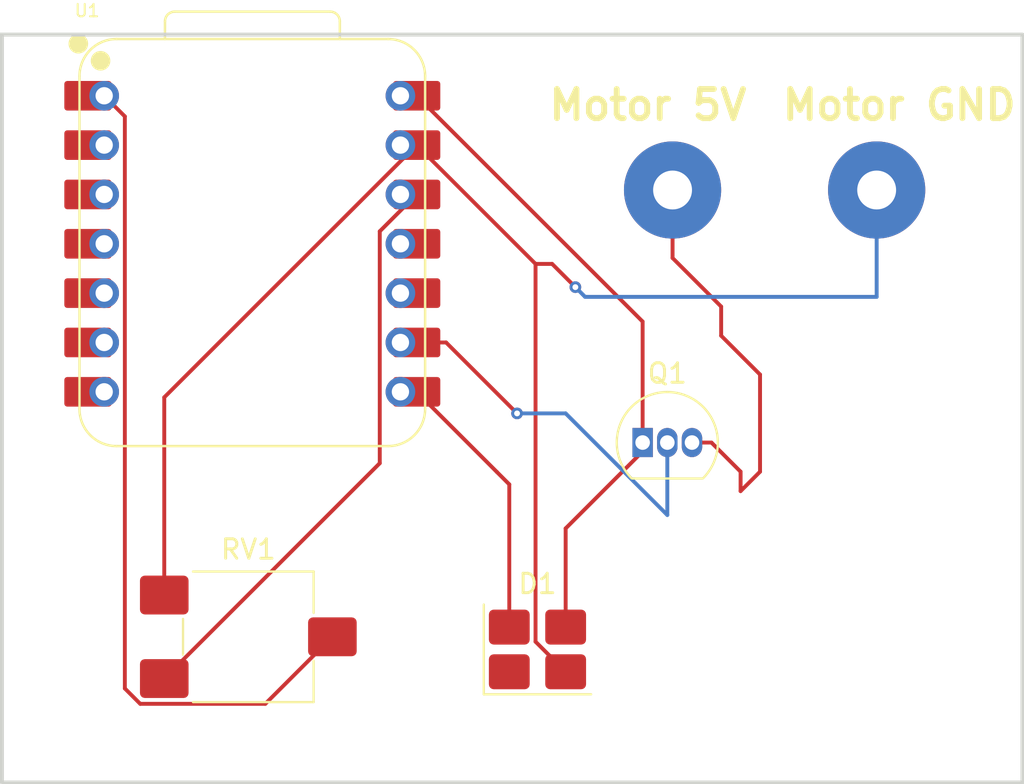
<source format=kicad_pcb>
(kicad_pcb (version 20241229) (generator "pcbnew") (generator_version "9.0")
  (layers (0 "F.Cu" signal) (2 "B.Cu" signal) (13 "F.Paste" user) (15 "B.Paste" user) (5 "F.SilkS" user "F.Silkscreen") (7 "B.SilkS" user "B.Silkscreen") (1 "F.Mask" user) (3 "B.Mask" user) (25 "Edge.Cuts" user))
  (net 0 "")
  (net 2 "Net-(D1-DIN)")
  (net 3 "Net-(M1-+)")
  (net 4 "Net-(U1-GPIO26{slash}ADC0{slash}A0)")
  (net 13 "+5V")
  (net 14 "GND")
  (net 15 "+3.3V")
  (net 24 "Net-(Q1-B)")
  (footprint "Potentiometer_SMD:Potentiometer_ACP_CA6-VSMD_Vertical" (layer "F.Cu") (at 38.175 51)
    (property "Reference" "RV1" (at 0 -4.5 0) (layer "F.SilkS"))
    (property "Value" "R_Potentiometer")
    (fp_line (start -3.36 -0.92) (end -3.36 0.92) (stroke (width 0.12)) (layer "F.SilkS"))
    (fp_line (start -2.845 -3.36) (end 3.36 -3.36) (stroke (width 0.12)) (layer "F.SilkS"))
    (fp_line (start -2.845 3.36) (end 3.36 3.36) (stroke (width 0.12)) (layer "F.SilkS"))
    (fp_line (start 3.36 -3.36) (end 3.36 -1.23) (stroke (width 0.12)) (layer "F.SilkS"))
    (fp_line (start 3.36 1.23) (end 3.36 3.36) (stroke (width 0.12)) (layer "F.SilkS"))
    (pad "1" smd roundrect (at -4.325 2.15) (size 2.5 2) (layers "F.Cu" "F.Mask" "F.Paste") (roundrect_rratio 0.125) (net 15 "+3.3V"))
    (pad "2" smd roundrect (at 4.325 0) (size 2.5 2) (layers "F.Cu" "F.Mask" "F.Paste") (roundrect_rratio 0.125) (net 4 "Net-(U1-GPIO26{slash}ADC0{slash}A0)"))
    (pad "3" smd roundrect (at -4.325 -2.15) (size 2.5 2) (layers "F.Cu" "F.Mask" "F.Paste") (roundrect_rratio 0.125) (net 14 "GND"))
  )
  (footprint "Package_TO_SOT_THT:TO-92_Inline" (layer "F.Cu") (at 58.46 41)
    (property "Reference" "Q1" (at 1.27 -3.56 0) (layer "F.SilkS"))
    (property "Value" "BC517")
    (fp_line (start -0.53 1.85) (end 3.07 1.85) (stroke (width 0.12)) (layer "F.SilkS"))
    (fp_arc (start -0.568478 1.838478) (mid -1.132087 -0.994977) (end 1.27 -2.6) (stroke (width 0.12)) (layer "F.SilkS"))
    (fp_arc (start 1.27 -2.6) (mid 3.672087 -0.994977) (end 3.108478 1.838478) (stroke (width 0.12)) (layer "F.SilkS"))
    (pad "1" thru_hole rect (at 0 0) (size 1.05 1.5) (drill 0.75) (layers "*.Cu" "*.Mask") (net 13 "+5V"))
    (pad "2" thru_hole oval (at 1.27 0) (size 1.05 1.5) (drill 0.75) (layers "*.Cu" "*.Mask") (net 24 "Net-(Q1-B)"))
    (pad "3" thru_hole oval (at 2.54 0) (size 1.05 1.5) (drill 0.75) (layers "*.Cu" "*.Mask") (net 3 "Net-(M1-+)"))
  )
  (footprint "Crystal:Crystal_SMD_3225-4Pin_3.2x2.5mm_HandSoldering" (layer "F.Cu") (at 53.05 51.65)
    (property "Reference" "D1" (at 0 -3.375 0) (layer "F.SilkS"))
    (property "Value" "NeoPixel_THT")
    (fp_line (start -2.76 -2.31) (end -2.76 2.31) (stroke (width 0.12)) (layer "F.SilkS"))
    (fp_line (start -2.76 2.31) (end 2.76 2.31) (stroke (width 0.12)) (layer "F.SilkS"))
    (pad "1" smd roundrect (at -1.45 1.15) (size 2.1 1.8) (layers "F.Cu" "F.Mask" "F.Paste") (roundrect_rratio 0.138889))
    (pad "2" smd roundrect (at 1.45 1.15) (size 2.1 1.8) (layers "F.Cu" "F.Mask" "F.Paste") (roundrect_rratio 0.138889) (net 14 "GND"))
    (pad "3" smd roundrect (at 1.45 -1.15) (size 2.1 1.8) (layers "F.Cu" "F.Mask" "F.Paste") (roundrect_rratio 0.138889) (net 13 "+5V"))
    (pad "4" smd roundrect (at -1.45 -1.15) (size 2.1 1.8) (layers "F.Cu" "F.Mask" "F.Paste") (roundrect_rratio 0.138889) (net 2 "Net-(D1-DIN)"))
  )
  (footprint "OPL:XIAO-RP2040-DIP" (layer "F.Cu") (at 38.38 30.7685)
    (property "Reference" "U1" (at -8.5 -12 0) (layer "F.SilkS") (effects (font (size 0.635 0.635) (thickness 0.1016))))
    (property "Value" "XIAO-RP2040-DIP")
    (fp_line (start -8.89 8.509) (end -8.89 -8.636) (stroke (width 0.127)) (layer "F.SilkS"))
    (fp_line (start -6.985 10.414) (end 6.985 10.414) (stroke (width 0.127)) (layer "F.SilkS"))
    (fp_line (start -4.495 -10.541) (end -4.491272 -11.451272) (stroke (width 0.127)) (layer "F.SilkS"))
    (fp_line (start -3.991272 -11.951) (end 4.004 -11.951) (stroke (width 0.127)) (layer "F.SilkS"))
    (fp_line (start 4.504 -11.451) (end 4.504 -10.541) (stroke (width 0.127)) (layer "F.SilkS"))
    (fp_line (start 6.985 -10.541) (end -6.985 -10.541) (stroke (width 0.1)) (layer "F.SilkS"))
    (fp_line (start 6.985 -10.541) (end -6.985 -10.541) (stroke (width 0.127)) (layer "F.SilkS"))
    (fp_line (start 8.89 8.509) (end 8.89 -8.636) (stroke (width 0.127)) (layer "F.SilkS"))
    (fp_arc (start -8.89 -8.636) (mid -8.332038 -9.983038) (end -6.985 -10.541) (stroke (width 0.127)) (layer "F.SilkS"))
    (fp_arc (start -6.985 10.414) (mid -8.332038 9.856038) (end -8.89 8.509) (stroke (width 0.127)) (layer "F.SilkS"))
    (fp_arc (start -4.491272 -11.451272) (mid -4.344728 -11.80464) (end -3.991272 -11.951) (stroke (width 0.127)) (layer "F.SilkS"))
    (fp_arc (start 4.004 -11.951) (mid 4.357553 -11.804553) (end 4.504 -11.451) (stroke (width 0.127)) (layer "F.SilkS"))
    (fp_arc (start 6.985 -10.541) (mid 8.332038 -9.983038) (end 8.89 -8.636) (stroke (width 0.127)) (layer "F.SilkS"))
    (fp_arc (start 8.89 8.509) (mid 8.332038 9.856038) (end 6.985 10.414) (stroke (width 0.127)) (layer "F.SilkS"))
    (fp_circle (center -8.95 -10.3) (end -8.95 -10.554) (stroke (width 0.5)) (fill yes) (layer "F.SilkS"))
    (fp_circle (center -7.807 -9.42) (end -7.807 -9.674) (stroke (width 0.5)) (fill yes) (layer "F.SilkS"))
    (pad "1" smd roundrect (at -8.455 -7.62 180) (size 2.432 1.524) (layers "F.Cu" "F.Mask") (roundrect_rratio 0.1) (net 4 "Net-(U1-GPIO26{slash}ADC0{slash}A0)"))
    (pad "1" thru_hole circle (at -7.62 -7.62 180) (size 1.524 1.524) (drill 0.889) (layers "*.Cu" "*.Mask") (net 4 "Net-(U1-GPIO26{slash}ADC0{slash}A0)"))
    (pad "2" smd roundrect (at -8.455 -5.08 180) (size 2.432 1.524) (layers "F.Cu" "F.Mask") (roundrect_rratio 0.1))
    (pad "2" thru_hole circle (at -7.62 -5.08 180) (size 1.524 1.524) (drill 0.889) (layers "*.Cu" "*.Mask"))
    (pad "3" smd roundrect (at -8.455 -2.54 180) (size 2.432 1.524) (layers "F.Cu" "F.Mask") (roundrect_rratio 0.1))
    (pad "3" thru_hole circle (at -7.62 -2.54 180) (size 1.524 1.524) (drill 0.889) (layers "*.Cu" "*.Mask"))
    (pad "4" smd roundrect (at -8.455 0 180) (size 2.432 1.524) (layers "F.Cu" "F.Mask") (roundrect_rratio 0.1))
    (pad "4" thru_hole circle (at -7.62 0 180) (size 1.524 1.524) (drill 0.889) (layers "*.Cu" "*.Mask"))
    (pad "5" smd roundrect (at -8.455 2.54 180) (size 2.432 1.524) (layers "F.Cu" "F.Mask") (roundrect_rratio 0.1))
    (pad "5" thru_hole circle (at -7.62 2.54 180) (size 1.524 1.524) (drill 0.889) (layers "*.Cu" "*.Mask"))
    (pad "6" smd roundrect (at -8.455 5.08 180) (size 2.432 1.524) (layers "F.Cu" "F.Mask") (roundrect_rratio 0.1))
    (pad "6" thru_hole circle (at -7.62 5.08 180) (size 1.524 1.524) (drill 0.889) (layers "*.Cu" "*.Mask"))
    (pad "7" smd roundrect (at -8.455 7.62 180) (size 2.432 1.524) (layers "F.Cu" "F.Mask") (roundrect_rratio 0.1))
    (pad "7" thru_hole circle (at -7.62 7.62 180) (size 1.524 1.524) (drill 0.889) (layers "*.Cu" "*.Mask"))
    (pad "8" thru_hole circle (at 7.62 7.62) (size 1.524 1.524) (drill 0.889) (layers "*.Cu" "*.Mask") (net 2 "Net-(D1-DIN)"))
    (pad "8" smd roundrect (at 8.455 7.62) (size 2.432 1.524) (layers "F.Cu" "F.Mask") (roundrect_rratio 0.1) (net 2 "Net-(D1-DIN)"))
    (pad "9" thru_hole circle (at 7.62 5.08) (size 1.524 1.524) (drill 0.889) (layers "*.Cu" "*.Mask") (net 24 "Net-(Q1-B)"))
    (pad "9" smd roundrect (at 8.455 5.08) (size 2.432 1.524) (layers "F.Cu" "F.Mask") (roundrect_rratio 0.1) (net 24 "Net-(Q1-B)"))
    (pad "10" thru_hole circle (at 7.62 2.54) (size 1.524 1.524) (drill 0.889) (layers "*.Cu" "*.Mask"))
    (pad "10" smd roundrect (at 8.455 2.54) (size 2.432 1.524) (layers "F.Cu" "F.Mask") (roundrect_rratio 0.1))
    (pad "11" thru_hole circle (at 7.62 0) (size 1.524 1.524) (drill 0.889) (layers "*.Cu" "*.Mask"))
    (pad "11" smd roundrect (at 8.455 0) (size 2.432 1.524) (layers "F.Cu" "F.Mask") (roundrect_rratio 0.1))
    (pad "12" thru_hole circle (at 7.62 -2.54) (size 1.524 1.524) (drill 0.889) (layers "*.Cu" "*.Mask") (net 15 "+3.3V"))
    (pad "12" smd roundrect (at 8.455 -2.54) (size 2.432 1.524) (layers "F.Cu" "F.Mask") (roundrect_rratio 0.1) (net 15 "+3.3V"))
    (pad "13" thru_hole circle (at 7.62 -5.08) (size 1.524 1.524) (drill 0.889) (layers "*.Cu" "*.Mask") (net 14 "GND"))
    (pad "13" smd roundrect (at 8.455 -5.08) (size 2.432 1.524) (layers "F.Cu" "F.Mask") (roundrect_rratio 0.1) (net 14 "GND"))
    (pad "14" thru_hole circle (at 7.62 -7.62) (size 1.524 1.524) (drill 0.889) (layers "*.Cu" "*.Mask") (net 13 "+5V"))
    (pad "14" smd roundrect (at 8.455 -7.62) (size 2.432 1.524) (layers "F.Cu" "F.Mask") (roundrect_rratio 0.1) (net 13 "+5V"))
  )
  (gr_rect (start 25.5 20) (end 78 58.5) (stroke (width 0.2)) (fill no) (layer "Edge.Cuts"))
  (gr_text "Motor GND\n" (at 65.5 24.5 0) (layer "F.SilkS") (effects (font (size 1.5 1.5) (thickness 0.3) (bold yes)) (justify left bottom)))
  (gr_text "Motor 5V\n" (at 53.5 24.5 0) (layer "F.SilkS") (effects (font (size 1.5 1.5) (thickness 0.3) (bold yes)) (justify left bottom)))
  (segment (start 51.6 43.1535) (end 51.6 50.5) (width 0.2) (layer "F.Cu") (net 2))
  (segment (start 46.835 38.3885) (end 50.97325 42.52675) (width 0.2) (layer "F.Cu") (net 2))
  (segment (start 50.97325 42.52675) (end 51.6 43.1535) (width 0.2) (layer "F.Cu") (net 2))
  (segment (start 62.5 34) (end 62.5 35.5) (width 0.2) (layer "F.Cu") (net 3))
  (segment (start 62.5 35.5) (end 64.5 37.5) (width 0.2) (layer "F.Cu") (net 3))
  (segment (start 60 28) (end 60 31.5) (width 0.2) (layer "F.Cu") (net 3))
  (segment (start 64.5 42.5) (end 63.5 43.5) (width 0.2) (layer "F.Cu") (net 3))
  (segment (start 63.5 43.5) (end 63.5 42.5) (width 0.2) (layer "F.Cu") (net 3))
  (segment (start 63.5 42.5) (end 62 41) (width 0.2) (layer "F.Cu") (net 3))
  (segment (start 62 41) (end 61 41) (width 0.2) (layer "F.Cu") (net 3))
  (segment (start 60 31.5) (end 62.5 34) (width 0.2) (layer "F.Cu") (net 3))
  (segment (start 64.5 37.5) (end 64.5 42.5) (width 0.2) (layer "F.Cu") (net 3))
  (via (at 60 28) (size 5) (drill 2) (layers "F.Cu" "B.Cu") (net 3))
  (segment (start 42.5 51) (end 39.049 54.451) (width 0.2) (layer "F.Cu") (net 4))
  (segment (start 39.049 54.451) (end 32.61484 54.451) (width 0.2) (layer "F.Cu") (net 4))
  (segment (start 31.823 24.2115) (end 30.76 23.1485) (width 0.2) (layer "F.Cu") (net 4))
  (segment (start 31.823 53.65916) (end 31.823 24.2115) (width 0.2) (layer "F.Cu") (net 4))
  (segment (start 32.61484 54.451) (end 31.823 53.65916) (width 0.2) (layer "F.Cu") (net 4))
  (segment (start 58.46 41) (end 58.46 41.46) (width 0.2) (layer "F.Cu") (net 13))
  (segment (start 54.5 45.42) (end 54.5 50.5) (width 0.2) (layer "F.Cu") (net 13))
  (segment (start 58.46 41.46) (end 54.5 45.42) (width 0.2) (layer "F.Cu") (net 13))
  (segment (start 58.46 34.7735) (end 58.46 41) (width 0.2) (layer "F.Cu") (net 13))
  (segment (start 46.835 23.1485) (end 58.46 34.7735) (width 0.2) (layer "F.Cu") (net 13))
  (segment (start 33.85 38.6735) (end 46.835 25.6885) (width 0.2) (layer "F.Cu") (net 14))
  (segment (start 52.951 51.251) (end 52.951 31.8045) (width 0.2) (layer "F.Cu") (net 14))
  (segment (start 33.85 48.85) (end 33.85 38.6735) (width 0.2) (layer "F.Cu") (net 14))
  (segment (start 52.951 31.8045) (end 46.835 25.6885) (width 0.2) (layer "F.Cu") (net 14))
  (segment (start 53.8045 31.8045) (end 55 33) (width 0.2) (layer "F.Cu") (net 14))
  (segment (start 52.951 31.8045) (end 53.8045 31.8045) (width 0.2) (layer "F.Cu") (net 14))
  (segment (start 54.5 52.8) (end 52.951 51.251) (width 0.2) (layer "F.Cu") (net 14))
  (via (at 55 33) (size 0.6) (drill 0.3) (layers "F.Cu" "B.Cu") (net 14))
  (via (at 70.5 28) (size 5) (drill 2) (layers "F.Cu" "B.Cu") (net 14))
  (segment (start 70.5 33.5) (end 70.5 28) (width 0.2) (layer "B.Cu") (net 14))
  (segment (start 55.5 33.5) (end 70.5 33.5) (width 0.2) (layer "B.Cu") (net 14))
  (segment (start 55 33) (end 55.5 33.5) (width 0.2) (layer "B.Cu") (net 14))
  (segment (start 44.937 42.063) (end 33.85 53.15) (width 0.2) (layer "F.Cu") (net 15))
  (segment (start 44.937 30.1265) (end 44.937 42.063) (width 0.2) (layer "F.Cu") (net 15))
  (segment (start 46.835 28.2285) (end 44.937 30.1265) (width 0.2) (layer "F.Cu") (net 15))
  (segment (start 48.3485 35.8485) (end 52 39.5) (width 0.2) (layer "F.Cu") (net 24))
  (segment (start 46.835 35.8485) (end 48.3485 35.8485) (width 0.2) (layer "F.Cu") (net 24))
  (via (at 52 39.5) (size 0.6) (drill 0.3) (layers "F.Cu" "B.Cu") (net 24))
  (segment (start 59.73 44.73) (end 59.73 41) (width 0.2) (layer "B.Cu") (net 24))
  (segment (start 52 39.5) (end 54.5 39.5) (width 0.2) (layer "B.Cu") (net 24))
  (segment (start 54.5 39.5) (end 59.73 44.73) (width 0.2) (layer "B.Cu") (net 24))
)
</source>
